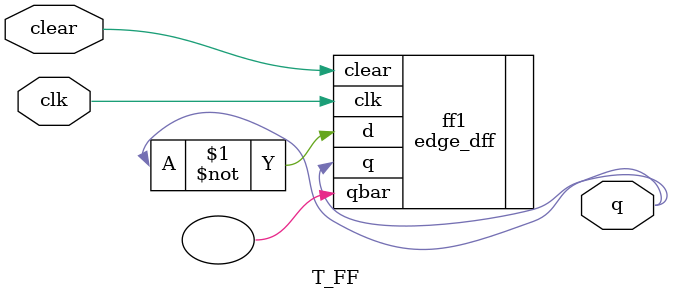
<source format=v>
module T_FF(
  output  q,
  input   clk,
  input   clear
);
// Instantiate the edge-triggered DFF
// Complement of output q is fed back.
// Notice qbar not needed. Unconnected port.

edge_dff  ff1(
  .q      (q),
  .qbar   (),
  .d      (~q),
  .clk    (clk),
  .clear  (clear)
);


endmodule




</source>
